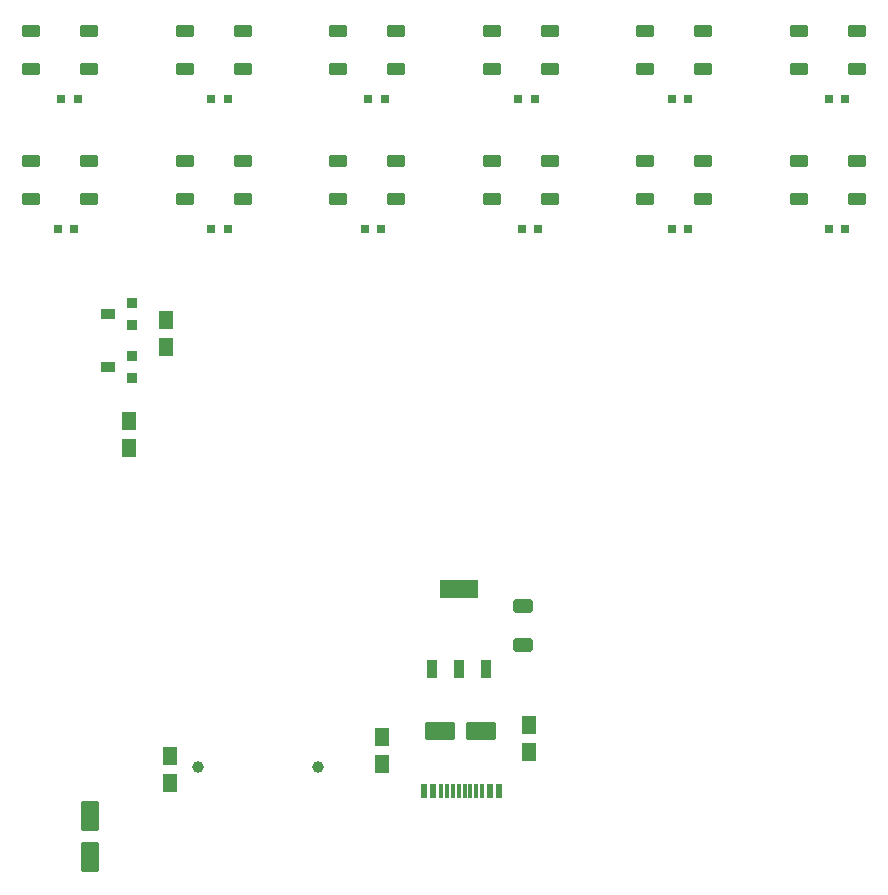
<source format=gbr>
%TF.GenerationSoftware,Altium Limited,Altium Designer,24.0.1 (36)*%
G04 Layer_Color=8421504*
%FSLAX45Y45*%
%MOMM*%
%TF.SameCoordinates,E2561F4A-6B88-4173-B20F-5EBD6E3589F9*%
%TF.FilePolarity,Positive*%
%TF.FileFunction,Paste,Top*%
%TF.Part,Single*%
G01*
G75*
%TA.AperFunction,SMDPad,CuDef*%
%ADD13C,1.00000*%
%ADD15R,1.27000X0.91440*%
%ADD16R,0.91440X0.91440*%
%TA.AperFunction,ConnectorPad*%
%ADD19R,0.30000X1.15000*%
%ADD20R,0.60000X1.15000*%
%TA.AperFunction,SMDPad,CuDef*%
G04:AMPARAMS|DCode=21|XSize=1.14mm|YSize=1.63mm|CornerRadius=0.1425mm|HoleSize=0mm|Usage=FLASHONLY|Rotation=90.000|XOffset=0mm|YOffset=0mm|HoleType=Round|Shape=RoundedRectangle|*
%AMROUNDEDRECTD21*
21,1,1.14000,1.34500,0,0,90.0*
21,1,0.85500,1.63000,0,0,90.0*
1,1,0.28500,0.67250,0.42750*
1,1,0.28500,0.67250,-0.42750*
1,1,0.28500,-0.67250,-0.42750*
1,1,0.28500,-0.67250,0.42750*
%
%ADD21ROUNDEDRECTD21*%
G04:AMPARAMS|DCode=88|XSize=1.56429mm|YSize=0.91213mm|CornerRadius=0.05141mm|HoleSize=0mm|Usage=FLASHONLY|Rotation=90.000|XOffset=0mm|YOffset=0mm|HoleType=Round|Shape=RoundedRectangle|*
%AMROUNDEDRECTD88*
21,1,1.56429,0.80931,0,0,90.0*
21,1,1.46148,0.91213,0,0,90.0*
1,1,0.10282,0.40466,0.73074*
1,1,0.10282,0.40466,-0.73074*
1,1,0.10282,-0.40466,-0.73074*
1,1,0.10282,-0.40466,0.73074*
%
%ADD88ROUNDEDRECTD88*%
G04:AMPARAMS|DCode=89|XSize=1.56429mm|YSize=3.22213mm|CornerRadius=0.10032mm|HoleSize=0mm|Usage=FLASHONLY|Rotation=90.000|XOffset=0mm|YOffset=0mm|HoleType=Round|Shape=RoundedRectangle|*
%AMROUNDEDRECTD89*
21,1,1.56429,3.02149,0,0,90.0*
21,1,1.36365,3.22213,0,0,90.0*
1,1,0.20064,1.51074,0.68182*
1,1,0.20064,1.51074,-0.68182*
1,1,0.20064,-1.51074,-0.68182*
1,1,0.20064,-1.51074,0.68182*
%
%ADD89ROUNDEDRECTD89*%
G04:AMPARAMS|DCode=90|XSize=1.484mm|YSize=1.23mm|CornerRadius=0.07525mm|HoleSize=0mm|Usage=FLASHONLY|Rotation=270.000|XOffset=0mm|YOffset=0mm|HoleType=Round|Shape=RoundedRectangle|*
%AMROUNDEDRECTD90*
21,1,1.48400,1.07950,0,0,270.0*
21,1,1.33350,1.23000,0,0,270.0*
1,1,0.15050,-0.53975,-0.66675*
1,1,0.15050,-0.53975,0.66675*
1,1,0.15050,0.53975,0.66675*
1,1,0.15050,0.53975,-0.66675*
%
%ADD90ROUNDEDRECTD90*%
G04:AMPARAMS|DCode=91|XSize=0.722mm|YSize=0.722mm|CornerRadius=0.0181mm|HoleSize=0mm|Usage=FLASHONLY|Rotation=0.000|XOffset=0mm|YOffset=0mm|HoleType=Round|Shape=RoundedRectangle|*
%AMROUNDEDRECTD91*
21,1,0.72200,0.68580,0,0,0.0*
21,1,0.68580,0.72200,0,0,0.0*
1,1,0.03620,0.34290,-0.34290*
1,1,0.03620,-0.34290,-0.34290*
1,1,0.03620,-0.34290,0.34290*
1,1,0.03620,0.34290,0.34290*
%
%ADD91ROUNDEDRECTD91*%
G04:AMPARAMS|DCode=92|XSize=0.96mm|YSize=1.46mm|CornerRadius=0.055mm|HoleSize=0mm|Usage=FLASHONLY|Rotation=90.000|XOffset=0mm|YOffset=0mm|HoleType=Round|Shape=RoundedRectangle|*
%AMROUNDEDRECTD92*
21,1,0.96000,1.35000,0,0,90.0*
21,1,0.85000,1.46000,0,0,90.0*
1,1,0.11000,0.67500,0.42500*
1,1,0.11000,0.67500,-0.42500*
1,1,0.11000,-0.67500,-0.42500*
1,1,0.11000,-0.67500,0.42500*
%
%ADD92ROUNDEDRECTD92*%
G04:AMPARAMS|DCode=93|XSize=2.46mm|YSize=1.56mm|CornerRadius=0.1mm|HoleSize=0mm|Usage=FLASHONLY|Rotation=270.000|XOffset=0mm|YOffset=0mm|HoleType=Round|Shape=RoundedRectangle|*
%AMROUNDEDRECTD93*
21,1,2.46000,1.36000,0,0,270.0*
21,1,2.26000,1.56000,0,0,270.0*
1,1,0.20000,-0.68000,-1.13000*
1,1,0.20000,-0.68000,1.13000*
1,1,0.20000,0.68000,1.13000*
1,1,0.20000,0.68000,-1.13000*
%
%ADD93ROUNDEDRECTD93*%
G04:AMPARAMS|DCode=94|XSize=2.46mm|YSize=1.56mm|CornerRadius=0.1mm|HoleSize=0mm|Usage=FLASHONLY|Rotation=180.000|XOffset=0mm|YOffset=0mm|HoleType=Round|Shape=RoundedRectangle|*
%AMROUNDEDRECTD94*
21,1,2.46000,1.36000,0,0,180.0*
21,1,2.26000,1.56000,0,0,180.0*
1,1,0.20000,-1.13000,0.68000*
1,1,0.20000,1.13000,0.68000*
1,1,0.20000,1.13000,-0.68000*
1,1,0.20000,-1.13000,-0.68000*
%
%ADD94ROUNDEDRECTD94*%
D13*
X2938000Y940000D02*
D03*
X1922000D02*
D03*
D15*
X1160000Y4330000D02*
D03*
Y4780000D02*
D03*
D16*
X1363200Y4423980D02*
D03*
Y4233480D02*
D03*
Y4873980D02*
D03*
Y4683480D02*
D03*
D19*
X3975000Y735500D02*
D03*
X4025000D02*
D03*
X4075000D02*
D03*
X4325000D02*
D03*
X4275000D02*
D03*
X4225000D02*
D03*
X4125000D02*
D03*
X4175000D02*
D03*
D20*
X4390000D02*
D03*
X3910000D02*
D03*
X4470000D02*
D03*
X3830000D02*
D03*
D21*
X4670000Y1976000D02*
D03*
Y2304000D02*
D03*
D88*
X3901000Y1770500D02*
D03*
X4130000D02*
D03*
X4359000D02*
D03*
D89*
X4130000Y2449500D02*
D03*
D90*
X1651000Y4495800D02*
D03*
Y4724400D02*
D03*
X1330000Y3640000D02*
D03*
Y3868600D02*
D03*
X1680000Y811400D02*
D03*
Y1040000D02*
D03*
X3479800Y1193800D02*
D03*
Y965200D02*
D03*
X4724400Y1295400D02*
D03*
Y1066800D02*
D03*
D91*
X730150Y5500000D02*
D03*
X2030150D02*
D03*
X3330150D02*
D03*
X4660300Y5500000D02*
D03*
X5930150D02*
D03*
X7260300D02*
D03*
X900000Y6600000D02*
D03*
X760300D02*
D03*
X2169850Y6600000D02*
D03*
X2030150D02*
D03*
X3500000Y6600000D02*
D03*
X3360300D02*
D03*
X4769850Y6600000D02*
D03*
X4630150D02*
D03*
X6069850D02*
D03*
X5930150D02*
D03*
X7400000Y6600000D02*
D03*
X7260300D02*
D03*
X869850Y5500000D02*
D03*
X2169850D02*
D03*
X3469850D02*
D03*
X4800000Y5500000D02*
D03*
X6069850D02*
D03*
X7400000D02*
D03*
D92*
X7005000Y6070000D02*
D03*
X5705000D02*
D03*
X4405000D02*
D03*
X3105000D02*
D03*
X1805000D02*
D03*
X505000D02*
D03*
X7495000D02*
D03*
X7005000Y5750000D02*
D03*
X7495000D02*
D03*
X505000Y7170000D02*
D03*
X995000D02*
D03*
X505000Y6850000D02*
D03*
X995000D02*
D03*
X1805000Y7170000D02*
D03*
X2295000D02*
D03*
X1805000Y6850000D02*
D03*
X2295000D02*
D03*
X3105000Y7170000D02*
D03*
X3595000D02*
D03*
X3105000Y6850000D02*
D03*
X3595000D02*
D03*
X4405000Y7170000D02*
D03*
X4895000D02*
D03*
X4405000Y6850000D02*
D03*
X4895000D02*
D03*
X5705000Y7170000D02*
D03*
X6195000D02*
D03*
X5705000Y6850000D02*
D03*
X6195000D02*
D03*
X7005000Y7170000D02*
D03*
X7495000D02*
D03*
X7005000Y6850000D02*
D03*
X7495000D02*
D03*
X995000Y6070000D02*
D03*
X505000Y5750000D02*
D03*
X995000D02*
D03*
X2295000Y6070000D02*
D03*
X1805000Y5750000D02*
D03*
X2295000D02*
D03*
X3595000Y6070000D02*
D03*
X3105000Y5750000D02*
D03*
X3595000D02*
D03*
X4895000Y6070000D02*
D03*
X4405000Y5750000D02*
D03*
X4895000D02*
D03*
X6195000Y6070000D02*
D03*
X5705000Y5750000D02*
D03*
X6195000D02*
D03*
D93*
X1000000Y530000D02*
D03*
Y180000D02*
D03*
D94*
X4315000Y1250000D02*
D03*
X3965000D02*
D03*
%TF.MD5,efcdb6c354dac3c37cba5d9d8d1bbd01*%
M02*

</source>
